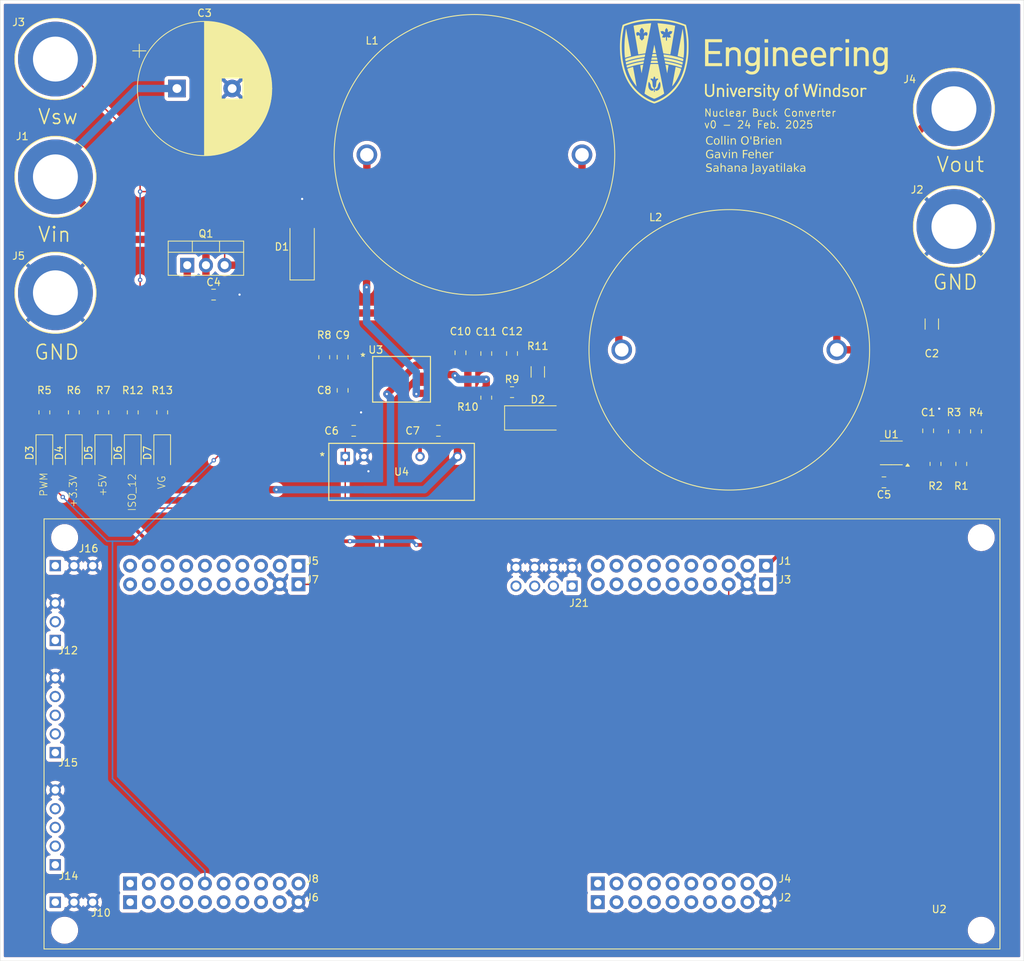
<source format=kicad_pcb>
(kicad_pcb (version 20240108) (generator "pcbnew") (generator_version "8.0")
  (title_block (title "Nuclear Buck Converter") (date "2025-02-24") (rev "1") (company "University of Windsor") (comment 1 "Sahana Jayatilaka") (comment 2 "Gavin Feher") (comment 3 "Collin O'Brien"))
  (layers (0 "F.Cu" signal) (31 "B.Cu" signal) (34 "B.Paste" user) (35 "F.Paste" user) (36 "B.SilkS" user "B.Silkscreen") (37 "F.SilkS" user "F.Silkscreen") (38 "B.Mask" user) (39 "F.Mask" user) (44 "Edge.Cuts" user))
  (net 0 "")
  (net 4 "Net-(U1A-+)")
  (net 5 "GND")
  (net 6 "+3.3V")
  (net 7 "Net-(U1A--)")
  (net 8 "/VFILT")
  (net 9 "/VOUT")
  (net 71 "Net-(D6-K)")
  (net 99 "/Power/Vin")
  (net 100 "+5V")
  (net 101 "/GateDriver/ISO_12")
  (net 102 "/GateDriver/PWM_Filt")
  (net 103 "/VSW")
  (net 104 "/PWM")
  (net 105 "/VG")
  (net 106 "/GateDriver/GD_PWM")
  (net 107 "Net-(L1-Pad2)")
  (net 108 "Net-(D3-K)")
  (net 109 "Net-(D4-K)")
  (net 110 "Net-(D5-K)")
  (net 111 "Net-(D7-K)")
  (net 112 "Net-(D2-K)")
  (footprint "LED_SMD:LED_1206_3216Metric_Pad1.42x1.75mm_HandSolder" (layer "F.Cu") (at 43 120 -90)
    (property "Reference" "D7")
    (property "Value" "N/A")
  )
  (footprint "Capacitor_SMD:C_0805_2012Metric_Pad1.18x1.45mm_HandSolder" (layer "F.Cu") (at 141 124 180)
    (property "Reference" "C5")
    (property "Value" "1u")
  )
  (footprint "LED_SMD:LED_1206_3216Metric_Pad1.42x1.75mm_HandSolder" (layer "F.Cu") (at 39 120 -90)
    (property "Reference" "D6")
    (property "Value" "N/A")
  )
  (footprint "Connector:Banana_Jack_1Pin" (layer "F.Cu") (at 28.5 98.25)
    (property "Reference" "J5")
    (property "Value" "N/A")
  )
  (footprint "Capacitor_SMD:C_0805_2012Metric_Pad1.18x1.45mm_HandSolder" (layer "F.Cu") (at 67.5 111.5 90)
    (property "Reference" "C8")
    (property "Value" "1u")
  )
  (footprint "1140-123K-RC:INDRD2921W163D3810H2616P" (layer "F.Cu") (at 85.395 79.5)
    (property "Reference" "L1")
    (property "Value" "12m")
  )
  (footprint "Resistor_SMD:R_1206_3216Metric_Pad1.30x1.75mm_HandSolder" (layer "F.Cu") (at 94 109 -90)
    (property "Reference" "R11")
    (property "Value" "50R")
  )
  (footprint "Resistor_SMD:R_0805_2012Metric_Pad1.20x1.40mm_HandSolder" (layer "F.Cu") (at 150.5 117.0875 -90)
    (property "Reference" "R3")
    (property "Value" "1k")
  )
  (footprint "Resistor_SMD:R_0805_2012Metric_Pad1.20x1.40mm_HandSolder" (layer "F.Cu") (at 90.5 111.75)
    (property "Reference" "R9")
    (property "Value" "12R")
  )
  (footprint "Package_TO_SOT_THT:TO-220-3_Vertical" (layer "F.Cu") (at 46.39778 94.5)
    (property "Reference" "Q1")
    (property "Value" "N/A")
  )
  (footprint "Capacitor_SMD:C_0805_2012Metric_Pad1.18x1.45mm_HandSolder" (layer "F.Cu") (at 87 106.5 90)
    (property "Reference" "C11")
    (property "Value" "220n")
  )
  (footprint "Resistor_SMD:R_0805_2012Metric_Pad1.20x1.40mm_HandSolder" (layer "F.Cu") (at 65 107 -90)
    (property "Reference" "R8")
    (property "Value" "51R")
  )
  (footprint "Resistor_SMD:R_0805_2012Metric_Pad1.20x1.40mm_HandSolder" (layer "F.Cu") (at 153.5 117.0875 90)
    (property "Reference" "R4")
    (property "Value" "20k")
  )
  (footprint "LED_SMD:LED_1206_3216Metric_Pad1.42x1.75mm_HandSolder" (layer "F.Cu") (at 27 120 -90)
    (property "Reference" "D3")
    (property "Value" "N/A")
  )
  (footprint "Resistor_SMD:R_0805_2012Metric_Pad1.20x1.40mm_HandSolder" (layer "F.Cu") (at 39 114.5 -90)
    (property "Reference" "R12")
    (property "Value" "1k")
  )
  (footprint "Capacitor_SMD:C_1206_3216Metric_Pad1.33x1.80mm_HandSolder" (layer "F.Cu") (at 147.5 102.5 -90)
    (property "Reference" "C2")
    (property "Value" "4.7u")
  )
  (footprint "UCC5304DWVR:SOIC8_DWV_TEX-L" (layer "F.Cu") (at 75.5 110)
    (property "Reference" "U3")
    (property "Value" "N/A")
  )
  (footprint "Resistor_SMD:R_0805_2012Metric_Pad1.20x1.40mm_HandSolder" (layer "F.Cu") (at 31 114.5 90)
    (property "Reference" "R6")
    (property "Value" "120R")
  )
  (footprint "Diode_SMD:D_SMA_Handsoldering" (layer "F.Cu") (at 62 92 90)
    (property "Reference" "D1")
    (property "Value" "N/A")
  )
  (footprint "Capacitor_SMD:C_0805_2012Metric_Pad1.18x1.45mm_HandSolder" (layer "F.Cu") (at 90.5 106.5 90)
    (property "Reference" "C12")
    (property "Value" "10u")
  )
  (footprint "Resistor_SMD:R_0805_2012Metric_Pad1.20x1.40mm_HandSolder" (layer "F.Cu") (at 27 114.5 90)
    (property "Reference" "R5")
    (property "Value" "120R")
  )
  (footprint "Resistor_SMD:R_0805_2012Metric_Pad1.20x1.40mm_HandSolder" (layer "F.Cu") (at 87 112.5 -90)
    (property "Reference" "R10")
    (property "Value" "6.8R")
  )
  (footprint "Capacitor_THT:CP_Radial_D18.0mm_P7.50mm" (layer "F.Cu") (at 45 70.5)
    (property "Reference" "C3")
    (property "Value" "470u")
  )
  (footprint "Resistor_SMD:R_0805_2012Metric_Pad1.20x1.40mm_HandSolder" (layer "F.Cu") (at 151.5 121.5 -90)
    (property "Reference" "R1")
    (property "Value" "20k")
  )
  (footprint "Resistor_SMD:R_0805_2012Metric_Pad1.20x1.40mm_HandSolder" (layer "F.Cu") (at 148 121.5 90)
    (property "Reference" "R2")
    (property "Value" "1k")
  )
  (footprint "LED_SMD:LED_1206_3216Metric_Pad1.42x1.75mm_HandSolder" (layer "F.Cu") (at 31 120 -90)
    (property "Reference" "D4")
    (property "Value" "N/A")
  )
  (footprint "Resistor_SMD:R_0805_2012Metric_Pad1.20x1.40mm_HandSolder" (layer "F.Cu") (at 43 114.5 -90)
    (property "Reference" "R13")
    (property "Value" "1k")
  )
  (footprint "Capacitor_SMD:C_0805_2012Metric_Pad1.18x1.45mm_HandSolder" (layer "F.Cu") (at 83.5 106.4 90)
    (property "Reference" "C10")
    (property "Value" "10u")
  )
  (footprint "UWindsor Logo:UWindsorLogo" (layer "F.Cu") (at 123.5 67)
    (property "Reference" "G***" (hide yes))
    (property "Value" "LOGO" (hide yes))
  )
  (footprint "Capacitor_SMD:C_0805_2012Metric_Pad1.18x1.45mm_HandSolder" (layer "F.Cu") (at 80.5 117)
    (property "Reference" "C7")
    (property "Value" "1u")
  )
  (footprint "Connector:Banana_Jack_1Pin" (layer "F.Cu") (at 150.5 89.25)
    (property "Reference" "J2")
    (property "Value" "N/A")
  )
  (footprint "Connector:Banana_Jack_1Pin" (layer "F.Cu") (at 28.5 66.5)
    (property "Reference" "J3")
    (property "Value" "N/A")
  )
  (footprint "Capacitor_SMD:C_0805_2012Metric_Pad1.18x1.45mm_HandSolder" (layer "F.Cu") (at 69 117 180)
    (property "Reference" "C6")
    (property "Value" "1u")
  )
  (footprint "LED_SMD:LED_1206_3216Metric_Pad1.42x1.75mm_HandSolder" (layer "F.Cu") (at 35 120 -90)
    (property "Reference" "D5")
    (property "Value" "N/A")
  )
  (footprint "Connector:Banana_Jack_1Pin" (layer "F.Cu") (at 150.5 73.25)
    (property "Reference" "J4")
    (property "Value" "N/A")
  )
  (footprint "TMV_0512SHI:TMV-HI_SINGLE_TRP" (layer "F.Cu") (at 67.85 120.5)
    (property "Reference" "U4")
    (property "Value" "N/A")
  )
  (footprint "Capacitor_SMD:C_0805_2012Metric_Pad1.18x1.45mm_HandSolder" (layer "F.Cu") (at 67.5 107 90)
    (property "Reference" "C9")
    (property "Value" "33p")
  )
  (footprint "Package_SO:VSSOP-8_3x3mm_P0.65mm" (layer "F.Cu") (at 142 120 180)
    (property "Reference" "U1")
    (property "Value" "N/A")
  )
  (footprint "Connector:Banana_Jack_1Pin" (layer "F.Cu") (at 28.5 82.5)
    (property "Reference" "J1")
    (property "Value" "N/A")
  )
  (footprint "Capacitor_SMD:C_0805_2012Metric_Pad1.18x1.45mm_HandSolder" (layer "F.Cu") (at 147 117 90)
    (property "Reference" "C1")
    (property "Value" "2.2u")
  )
  (footprint "LAUNCHXL-F28379D:MOD_LAUNCHXL-F28379D" (layer "F.Cu") (at 91.853 158.18 180)
    (property "Reference" "U2")
    (property "Value" "N/A")
  )
  (footprint "Capacitor_SMD:C_0805_2012Metric_Pad1.18x1.45mm_HandSolder" (layer "F.Cu") (at 49.97778 98.5)
    (property "Reference" "C4")
    (property "Value" "1u")
  )
  (footprint "Diode_SMD:D_SMA_Handsoldering" (layer "F.Cu") (at 94 115.25)
    (property "Reference" "D2")
    (property "Value" "N/A")
  )
  (footprint "1140-123K-RC:INDRD2921W163D3810H2616P" (layer "F.Cu") (at 120 106)
    (property "Reference" "L2")
    (property "Value" "12m")
  )
  (footprint "Resistor_SMD:R_0805_2012Metric_Pad1.20x1.40mm_HandSolder" (layer "F.Cu") (at 35 114.5 90)
    (property "Reference" "R7")
    (property "Value" "300R")
  )
  (gr_rect (start 21 58.5) (end 160 189) (stroke (width 0.05)) (fill none) (layer "Edge.Cuts"))
  (gr_text "ISO_12" (at 39.5 128 90) (layer "F.SilkS") (effects (font (size 1 1) (thickness 0.1)) (justify left bottom)))
  (gr_text "Vout\n" (at 148 82 0) (layer "F.SilkS") (effects (font (size 2 2) (thickness 0.2)) (justify left bottom)))
  (gr_text "Vsw\n" (at 26 75.5 0) (layer "F.SilkS") (effects (font (size 2 2) (thickness 0.2)) (justify left bottom)))
  (gr_text "Collin O'Brien\nGavin Feher\nSahana Jayatilaka" (at 116.75 82 0) (layer "F.SilkS") (effects (font (size 1.1 1.1) (thickness 0.1375)) (justify left bottom)))
  (gr_text "+3.3V" (at 31.5 127.5 90) (layer "F.SilkS") (effects (font (size 1 1) (thickness 0.1)) (justify left bottom)))
  (gr_text "Vin\n" (at 26 91.5 0) (layer "F.SilkS") (effects (font (size 2 2) (thickness 0.2)) (justify left bottom)))
  (gr_text "Nuclear Buck Converter\nv0 - 24 Feb. 2025" (at 116.5 76 0) (layer "F.SilkS") (effects (font (size 1 1) (thickness 0.125)) (justify left bottom)))
  (gr_text "+5V" (at 35.5 126 90) (layer "F.SilkS") (effects (font (size 1 1) (thickness 0.1)) (justify left bottom)))
  (gr_text "PWM" (at 27.5 126 90) (layer "F.SilkS") (effects (font (size 1 1) (thickness 0.1)) (justify left bottom)))
  (gr_text "GND\n" (at 25.5 107.5 0) (layer "F.SilkS") (effects (font (size 2 2) (thickness 0.2)) (justify left bottom)))
  (gr_text "GND\n" (at 147.5 98 0) (layer "F.SilkS") (effects (font (size 2 2) (thickness 0.2)) (justify left bottom)))
  (gr_text "VG" (at 43.5 125 90) (layer "F.SilkS") (effects (font (size 1 1) (thickness 0.1)) (justify left bottom)))
  (segment (start 147 117.95) (end 145.275 119.675) (width 0.2) (layer "F.Cu") (net 4))
  (segment (start 147.05 118.0875) (end 147 118.0375) (width 0.2) (layer "F.Cu") (net 4))
  (segment (start 150.5 118.0875) (end 147.05 118.0875) (width 0.2) (layer "F.Cu") (net 4))
  (segment (start 145.275 119.675) (end 144.1125 119.675) (width 0.2) (layer "F.Cu") (net 4))
  (segment (start 147.05 118) (end 147 117.95) (width 1) (layer "F.Cu") (net 4))
  (segment (start 153.5 118.0875) (end 150.5 118.0875) (width 0.2) (layer "F.Cu") (net 4))
  (via (at 53.5 98.5) (size 0.6) (drill 0.3) (layers "F.Cu" "B.Cu") (net 5))
  (via (at 70 114.5) (size 0.6) (drill 0.3) (layers "F.Cu" "B.Cu") (net 5))
  (via (at 62 85.5) (size 0.6) (drill 0.3) (layers "F.Cu" "B.Cu") (net 5))
  (via (at 71 122.5) (size 0.6) (drill 0.3) (layers "F.Cu" "B.Cu") (net 5))
  (via (at 148.5 114) (size 0.6) (drill 0.3) (layers "F.Cu" "B.Cu") (net 5))
  (segment (start 131.55 132.5) (end 128 132.5) (width 0.5) (layer "F.Cu") (net 6))
  (segment (start 128 132.5) (end 77.5 132.5) (width 0.5) (layer "F.Cu") (net 6))
  (segment (start 68.5 132) (end 41 132) (width 0.5) (layer "F.Cu") (net 6))
  (segment (start 125.18 135.32) (end 125 135.32) (width 0.5) (layer "F.Cu") (net 6))
  (segment (start 41 132) (end 31 122) (width 0.5) (layer "F.Cu") (net 6))
  (segment (start 31 122) (end 31 121.4875) (width 0.5) (layer "F.Cu") (net 6))
  (segment (start 140.05 124) (end 131.55 132.5) (width 0.5) (layer "F.Cu") (net 6))
  (segment (start 128 132.5) (end 125.18 135.32) (width 0.5) (layer "F.Cu") (net 6))
  (segment (start 139.9625 121.1) (end 139.8875 121.025) (width 0.5) (layer "F.Cu") (net 6))
  (segment (start 139.9625 124) (end 139.9625 121.1) (width 0.5) (layer "F.Cu") (net 6))
  (via (at 77.5 132.5) (size 0.6) (drill 0.3) (layers "F.Cu" "B.Cu") (net 6))
  (via (at 68.5 132) (size 0.6) (drill 0.3) (layers "F.Cu" "B.Cu") (net 6))
  (segment (start 77 132) (end 68.5 132) (width 0.5) (layer "B.Cu") (net 6))
  (segment (start 77.5 132.5) (end 77 132) (width 0.5) (layer "B.Cu") (net 6))
  (segment (start 144.1125 120.325) (end 147.7375 120.325) (width 0.2) (layer "F.Cu") (net 7))
  (segment (start 148 120.5) (end 151.5 120.5) (width 0.2) (layer "F.Cu") (net 7))
  (segment (start 147.7375 120.325) (end 148 120.5875) (width 0.2) (layer "F.Cu") (net 7))
  (segment (start 144.1125 120.975) (end 145.55 122.4125) (width 0.2) (layer "F.Cu") (net 8))
  (segment (start 127.5 143) (end 123 143) (width 0.2) (layer "F.Cu") (net 8))
  (segment (start 119.92 139.92) (end 119.92 137.86) (width 0.2) (layer "F.Cu") (net 8))
  (segment (start 148 122.4125) (end 148 122.5) (width 0.2) (layer "F.Cu") (net 8))
  (segment (start 145.55 122.4125) (end 148 122.4125) (width 0.2) (layer "F.Cu") (net 8))
  (segment (start 148 122.5) (end 127.5 143) (width 0.2) (layer "F.Cu") (net 8))
  (segment (start 123 143) (end 119.92 139.92) (width 0.2) (layer "F.Cu") (net 8))
  (segment (start 134.605 106) (end 134.605 87.395) (width 1) (layer "F.Cu") (net 9))
  (segment (start 153.5 103.867677) (end 153.5 116.175) (width 1) (layer "F.Cu") (net 9))
  (segment (start 148.5 73.5) (end 150.5 73.5) (width 1) (layer "F.Cu") (net 9))
  (segment (start 143.632323 100.867677) (end 150.5 100.867677) (width 1) (layer "F.Cu") (net 9))
  (segment (start 134.605 87.395) (end 148.5 73.5) (width 1) (layer "F.Cu") (net 9))
  (segment (start 150.5 100.867677) (end 153.5 103.867677) (width 1) (layer "F.Cu") (net 9))
  (segment (start 134.605 106) (end 138.5 106) (width 1) (layer "F.Cu") (net 9))
  (segment (start 138.5 106) (end 143.632323 100.867677) (width 1) (layer "F.Cu") (net 9))
  (segment (start 39 118.5125) (end 39 115.5) (width 0.2) (layer "F.Cu") (net 71))
  (segment (start 48 91) (end 37 91) (width 1) (layer "F.Cu") (net 99))
  (segment (start 48.93778 94.5) (end 48.93778 91.93778) (width 1) (layer "F.Cu") (net 99))
  (segment (start 37 91) (end 28.5 82.5) (width 1) (layer "F.Cu") (net 99))
  (segment (start 48.93778 98.41) (end 49.02778 98.5) (width 1) (layer "F.Cu") (net 99))
  (segment (start 48.93778 94.5) (end 48.93778 98.41) (width 1) (layer "F.Cu") (net 99))
  (segment (start 48.93778 91.93778) (end 48 91) (width 1) (layer "F.Cu") (net 99))
  (segment (start 45 70.5) (end 39.5 70.5) (width 1) (layer "B.Cu") (net 99))
  (segment (start 39.5 70.5) (end 28.5 81.5) (width 1) (layer "B.Cu") (net 99))
  (segment (start 28.5 81.5) (end 28.5 82.5) (width 1) (layer "B.Cu") (net 99))
  (segment (start 69 110.635) (end 67.6725 110.635) (width 0.2) (layer "F.Cu") (net 100))
  (segment (start 65 112) (end 66.365 110.635) (width 0.2) (layer "F.Cu") (net 100))
  (segment (start 68.5 127.5) (end 72.5 131.5) (width 0.2) (layer "F.Cu") (net 100))
  (segment (start 67.85 120.5) (end 67.85 127.5) (width 0.2) (layer "F.Cu") (net 100))
  (segment (start 35 122.22) (end 40.28 127.5) (width 0.2) (layer "F.Cu") (net 100))
  (segment (start 67.85 117.425) (end 67.85 119.85) (width 0.2) (layer "F.Cu") (net 100))
  (segment (start 66.365 110.635) (end 69 110.635) (width 0.2) (layer "F.Cu") (net 100))
  (segment (start 40.28 127.5) (end 68.5 127.5) (width 0.2) (layer "F.Cu") (net 100))
  (segment (start 70.166 110.635) (end 70.166 109.365) (width 0.2) (layer "F.Cu") (net 100))
  (segment (start 71.14 137.86) (end 61.5 137.86) (width 0.2) (layer "F.Cu") (net 100))
  (segment (start 70.166 110.635) (end 69 110.635) (width 0.2) (layer "F.Cu") (net 100))
  (segment (start 72.5 131.5) (end 72.5 136.5) (width 0.2) (layer "F.Cu") (net 100))
  (segment (start 67.9625 117) (end 65 114.0375) (width 0.2) (layer "F.Cu") (net 100))
  (segment (start 65 114.0375) (end 65 112) (width 0.2) (layer "F.Cu") (net 100))
  (segment (start 35 122) (end 35 122.22) (width 0.2) (layer "F.Cu") (net 100))
  (segment (start 72.5 136.5) (end 71.14 137.86) (width 0.2) (layer "F.Cu") (net 100))
  (segment (start 67.85 127.5) (end 68.5 127.5) (width 0.2) (layer "F.Cu") (net 100))
  (segment (start 80.834 106.905) (end 82.3265 105.4125) (width 1) (layer "F.Cu") (net 101))
  (segment (start 77.405 108.095) (end 80.834 108.095) (width 1) (layer "F.Cu") (net 101))
  (segment (start 83.09 118.5525) (end 81.5375 117) (width 1) (layer "F.Cu") (net 101))
  (segment (start 80.834 108.095) (end 80.834 106.905) (width 1) (layer "F.Cu") (net 101))
  (segment (start 82.3265 105.4125) (end 83.5 105.4125) (width 1) (layer "F.Cu") (net 101))
  (segment (start 87 105.45) (end 90.4 105.45) (width 1) (layer "F.Cu") (net 101))
  (segment (start 86.95 105.5) (end 87 105.45) (width 1) (layer "F.Cu") (net 101))
  (segment (start 73.5 112) (end 77.405 108.095) (width 1) (layer "F.Cu") (net 101))
  (segment (start 39 122) (end 39 121.4875) (width 1) (layer "F.Cu") (net 101))
  (segment (start 42 125) (end 39 122) (width 1) (layer "F.Cu") (net 101))
  (segment (start 83.5 105.5) (end 86.95 105.5) (width 1) (layer "F.Cu") (net 101))
  (segment (start 83.09 120.5) (end 83.09 118.5525) (width 1) (layer "F.Cu") (net 101))
  (segment (start 58.5 125) (end 42 125) (width 1) (layer "F.Cu") (net 101))
  (segment (start 90.4 105.45) (end 90.5 105.55) (width 1) (layer "F.Cu") (net 101))
  (via (at 58.5 125) (size 0.6) (drill 0.3) (layers "F.Cu" "B.Cu") (net 101))
  (via (at 73.5 112) (size 0.6) (drill 0.3) (layers "F.Cu" "B.Cu") (net 101))
  (segment (start 74 125) (end 74 112.5) (width 1) (layer "B.Cu") (net 101))
  (segment (start 78.59 125) (end 83.09 120.5) (width 1) (layer "B.Cu") (net 101))
  (segment (start 70.5 125) (end 78.59 125) (width 1) (layer "B.Cu") (net 101))
  (segment (start 74 112.5) (end 73.5 112) (width 1) (layer "B.Cu") (net 101))
  (segment (start 70.5 125) (end 74 125) (width 1) (layer "B.Cu") (net 101))
  (segment (start 58.5 125) (end 70.5 125) (width 1) (layer "B.Cu") (net 101))
  (segment (start 67.5575 108.095) (end 67.5 108.0375) (width 0.2) (layer "F.Cu") (net 102))
  (segment (start 65 108) (end 67.4625 108) (width 0.2) (layer "F.Cu") (net 102))
  (segment (start 70.166 108.095) (end 67.5575 108.095) (width 0.2) (layer "F.Cu") (net 102))
  (segment (start 67.4625 108) (end 67.5 108.0375) (width 0.2) (layer "F.Cu") (net 102))
  (segment (start 90.5 107.5375) (end 93.9125 107.5375) (width 1) (layer "F.Cu") (net 103))
  (segment (start 39 113.5) (end 40 113.5) (width 0.2) (layer "F.Cu") (net 103))
  (segment (start 40 84.5) (end 44.5 84.5) (width 0.2) (layer "F.Cu") (net 103))
  (segment (start 93.9125 107.5375) (end 94 107.45) (width 1) (layer "F.Cu") (net 103))
  (segment (start 83.5 107.4375) (end 84.4375 107.4375) (width 1) (layer "F.Cu") (net 103))
  (segment (start 70.79 82.315) (end 70.79 79.5) (width 1) (layer "F.Cu") (net 103))
  (segment (start 77.5 112) (end 77.595 111.905) (width 1) (layer "F.Cu") (net 103))
  (segment (start 87 107.5375) (end 90.5 107.5375) (width 1) (layer "F.Cu") (net 103))
  (segment (start 84.5 107.5) (end 84.5 111.5) (width 1) (layer "F.Cu") (net 103))
  (segment (start 70.75 97.5) (end 70.75 94.5) (width 1) (layer "F.Cu") (net 103))
  (segment (start 84.095 111.905) (end 80.834 111.905) (width 1) (layer "F.Cu") (net 103))
  (segment (start 79.4625 117) (end 79.4625 111.9425) (width 0.5) (layer "F.Cu") (net 103))
  (segment (start 86.95 107.4875) (end 84.4875 107.4875) (width 1) (layer "F.Cu") (net 103))
  (segment (start 58.97778 94.5) (end 61 94.5) (width 1) (layer "F.Cu") (net 103))
  (segment (start 84.5 111.5) (end 84.095 111.905) (width 1) (layer "F.Cu") (net 103))
  (segment (start 78.01 120.5) (end 78.01 118.4525) (width 0.5) (layer "F.Cu") (net 103))
  (segment (start 70.75 94.5) (end 70.75 82.355) (width 1) (layer "F.Cu") (net 103))
  (segment (start 40 96.5) (end 40 113.5) (width 0.2) (layer "F.Cu") (net 103))
  (segment (start 79.5 111.905) (end 80.834 111.905) (width 1) (layer "F.Cu") (net 103))
  (segment (start 70.75 82.355) (end 70.79 82.315) (width 1) (layer "F.Cu") (net 103))
  (segment (start 84.4375 107.4375) (end 84.5 107.5) (width 1) (layer "F.Cu") (net 103))
  (segment (start 40 113.5) (end 43 113.5) (width 0.2) (layer "F.Cu") (net 103))
  (segment (start 80.834 111.905) (end 80.834 110.635) (width 1) (layer "F.Cu") (net 103))
  (segment (start 44.5 84.5) (end 51.47778 91.47778) (width 0.2) (layer "F.Cu") (net 103))
  (segment (start 78.01 118.4525) (end 79.4625 117) (width 0.5) (layer "F.Cu") (net 103))
  (segment (start 51.47778 91.47778) (end 51.47778 94.5) (width 0.2) (layer "F.Cu") (net 103))
  (segment (start 84.4875 107.4875) (end 84.5 107.5) (width 1) (layer "F.Cu") (net 103))
  (segment (start 60.75 94.5) (end 61 94.5) (width 1) (layer "F.Cu") (net 103))
  (segment (start 77.595 111.905) (end 79.5 111.905) (width 1) (layer "F.Cu") (net 103))
  (segment (start 40 78) (end 28.5 66.5) (width 0.2) (layer "F.Cu") (net 103))
  (segment (start 61 94.5) (end 70.75 94.5) (width 1) (layer "F.Cu") (net 103))
  (segment (start 79.4625 111.9425) (end 79.5 111.905) (width 1) (layer "F.Cu") (net 103))
  (segment (start 40 84.5) (end 40 78) (width 0.2) (layer "F.Cu") (net 103))
  (segment (start 51.47778 94.5) (end 58.97778 94.5) (width 1) (layer "F.Cu") (net 103))
  (via (at 40 96.5) (size 0.6) (drill 0.3) (layers "F.Cu" "B.Cu") (net 103))
  (via (at 40 84.5) (size 0.6) (drill 0.3) (layers "F.Cu" "B.Cu") (net 103))
  (via (at 70.75 97.5) (size 0.6) (drill 0.3) (layers "F.Cu" "B.Cu") (net 103))
  (via (at 77.5 112) (size 0.6) (drill 0.3) (layers "F.Cu" "B.Cu") (net 103))
  (segment (start 40 84.5) (end 40 96.5) (width 0.2) (layer "B.Cu") (net 103))
  (segment (start 70.75 97.5) (end 70.75 102.25) (width 1) (layer "B.Cu") (net 103))
  (segment (start 70.75 102.25) (end 77.5 109) (width 1) (layer "B.Cu") (net 103))
  (segment (start 77.5 109) (end 77.5 112) (width 1) (layer "B.Cu") (net 103))
  (segment (start 27 123.5) (end 27 121.4875) (width 0.2) (layer "F.Cu") (net 104))
  (segment (start 50 121) (end 65 106) (width 0.2) (layer "F.Cu") (net 104))
  (segment (start 29.5 126) (end 27 123.5) (width 0.2) (layer "F.Cu") (net 104))
  (via (at 50 121) (size 0.6) (drill 0.3) (layers "F.Cu" "B.Cu") (net 104))
  (via (at 29.5 126) (size 0.6) (drill 0.3) (layers "F.Cu" "B.Cu") (net 104))
  (segment (start 29.5 126) (end 35.5 132) (width 0.2) (layer "B.Cu") (net 104))
  (segment (start 35.5 132) (end 36.25 132) (width 0.2) (layer "B.Cu") (net 104))
  (segment (start 39 132) (end 36.25 132) (width 0.2) (layer "B.Cu") (net 104))
  (segment (start 50 121) (end 39 132) (width 0.2) (layer "B.Cu") (net 104))
  (segment (start 48.8 176.8) (end 36.25 164.25) (width 0.2) (layer "B.Cu") (net 104))
  (segment (start 48.8 178.5) (end 48.8 176.8) (width 0.2) (layer "B.Cu") (net 104))
  (segment (start 36.25 164.25) (end 36.25 132) (width 0.2) (layer "B.Cu") (net 104))
  (segment (start 46.5 102.5) (end 46.39778 102.39778) (width 1) (layer "F.Cu") (net 105))
  (segment (start 46.39778 102.39778) (end 46.39778 101) (width 1) (layer "F.Cu") (net 105))
  (segment (start 97.2 110.55) (end 97.25 110.5) (width 1) (layer "F.Cu") (net 105))
  (segment (start 88.25 118.25) (end 94.75 118.25) (width 1) (layer "F.Cu") (net 105))
  (segment (start 46.5 119) (end 44.0125 121.4875) (width 1) (layer "F.Cu") (net 105))
  (segment (start 46.39778 101) (end 95 101) (width 1) (layer "F.Cu") (net 105))
  (segment (start 87 113.5) (end 87 117) (width 1) (layer "F.Cu") (net 105))
  (segment (start 46.39778 101) (end 46.39778 94.5) (width 1) (layer "F.Cu") (net 105))
  (segment (start 96.5 116.5) (end 96.5 115.25) (width 1) (layer "F.Cu") (net 105))
  (segment (start 87 117) (end 88.25 118.25) (width 1) (layer "F.Cu") (net 105))
  (segment (start 97.25 103.25) (end 97.25 110.5) (width 1) (layer "F.Cu") (net 105))
  (segment (start 46.5 102.5) (end 46.5 119) (width 1) (layer "F.Cu") (net 105))
  (segment (start 94 110.55) (end 97.2 110.55) (width 1) (layer "F.Cu") (net 105))
  (segment (start 97.25 114.5) (end 96.5 115.25) (width 1) (layer "F.Cu") (net 105))
  (segment (start 95 101) (end 97.25 103.25) (width 1) (layer "F.Cu") (net 105))
  (segment (start 44.0125 121.4875) (end 43 121.4875) (width 1) (layer "F.Cu") (net 105))
  (segment (start 97.25 110.5) (end 97.25 114.5) (width 1) (layer "F.Cu") (net 105))
  (segment (start 94.75 118.25) (end 96.5 116.5) (width 1) (layer "F.Cu") (net 105))
  (segment (start 87 111.5) (end 89.25 111.5) (width 1) (layer "F.Cu") (net 106))
  (segment (start 82.75 109.5) (end 82.615 109.365) (width 1) (layer "F.Cu") (net 106))
  (segment (start 89.25 111.5) (end 89.5 111.75) (width 1) (layer "F.Cu") (net 106))
  (segment (start 87 111.5) (end 87 110) (width 1) (layer "F.Cu") (net 106))
  (segment (start 82.615 109.365) (end 80.834 109.365) (width 1) (layer "F.Cu") (net 106))
  (via (at 82.75 109.5) (size 0.6) (drill 0.3) (layers "F.Cu" "B.Cu") (net 106))
  (via (at 87 110) (size 0.6) (drill 0.3) (layers "F.Cu" "B.Cu") (net 106))
  (segment (start 83.25 110) (end 87 110) (width 1) (layer "B.Cu") (net 106))
  (segment (start 82.75 109.5) (end 83.25 110) (width 1) (layer "B.Cu") (net 106))
  (segment (start 105 87.395) (end 100 82.395) (width 1) (layer "F.Cu") (net 107))
  (segment (start 105 87.395) (end 105 105.605) (width 1) (layer "F.Cu") (net 107))
  (segment (start 100 82.395) (end 100 79.5) (width 1) (layer "F.Cu") (net 107))
  (segment (start 105 105.605) (end 105.395 106) (width 0.2) (layer "F.Cu") (net 107))
  (segment (start 27 118.5125) (end 27 115.5) (width 0.2) (layer "F.Cu") (net 108))
  (segment (start 31 118.5125) (end 31 115.5) (width 0.2) (layer "F.Cu") (net 109))
  (segment (start 35 118.5125) (end 35 115.5) (width 0.2) (layer "F.Cu") (net 110))
  (segment (start 43 118.5125) (end 43 115.5) (width 0.5) (layer "F.Cu") (net 111))
  (segment (start 91.5 115.25) (end 91.5 111.75) (width 1) (layer "F.Cu") (net 112))
  (segment (start 90.75 115.25) (end 91.5 114.5) (width 0.2) (layer "F.Cu") (net 112))
  (zone (net 5) (net_name "GND") (layer "F.Cu") (connect_pads (clearance 0.5)) (min_thickness 0.25) (fill yes (thermal_gap 0.5) (thermal_bridge_width 0.5))
    (polygon (pts (xy 21 58.5) (xy 160 58.5) (xy 160 189) (xy 21 189)))
  )
  (zone (net 5) (net_name "GND") (layer "B.Cu") (priority 1) (connect_pads (clearance 0.5)) (min_thickness 0.25) (fill yes (thermal_gap 0.5) (thermal_bridge_width 0.5))
    (polygon (pts (xy 21.5 59) (xy 160 58.5) (xy 160 189) (xy 21 189)))
  )
)
</source>
